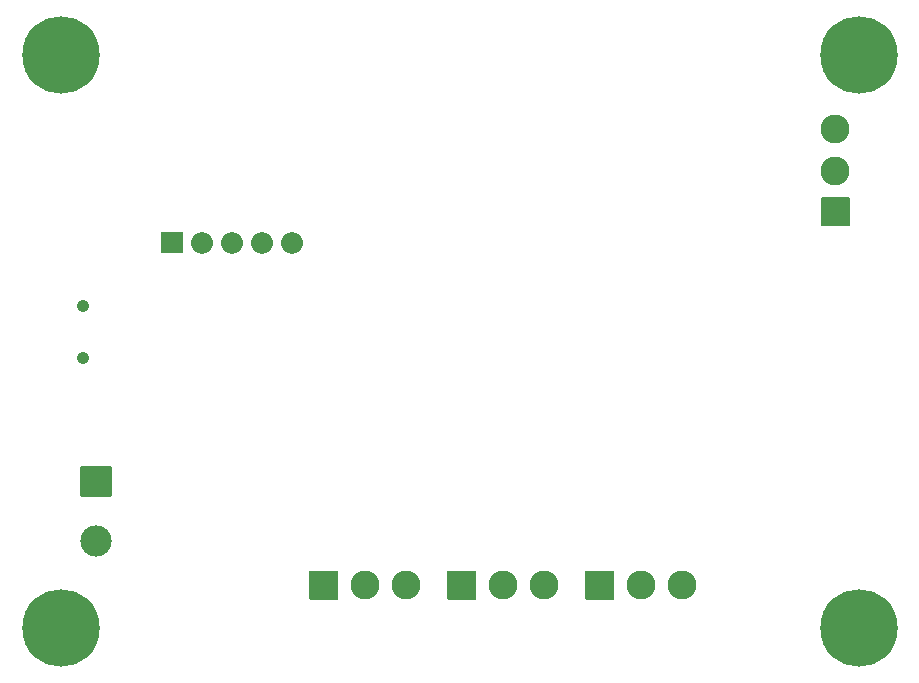
<source format=gbs>
G04 #@! TF.GenerationSoftware,KiCad,Pcbnew,6.0.2+dfsg-1*
G04 #@! TF.CreationDate,2023-03-16T12:58:22-06:00*
G04 #@! TF.ProjectId,ckt-soundplay,636b742d-736f-4756-9e64-706c61792e6b,rev?*
G04 #@! TF.SameCoordinates,Original*
G04 #@! TF.FileFunction,Soldermask,Bot*
G04 #@! TF.FilePolarity,Negative*
%FSLAX46Y46*%
G04 Gerber Fmt 4.6, Leading zero omitted, Abs format (unit mm)*
G04 Created by KiCad (PCBNEW 6.0.2+dfsg-1) date 2023-03-16 12:58:22*
%MOMM*%
%LPD*%
G01*
G04 APERTURE LIST*
%ADD10C,2.652400*%
%ADD11C,2.452400*%
%ADD12C,6.552400*%
%ADD13C,1.052400*%
%ADD14O,1.852400X1.852400*%
G04 APERTURE END LIST*
G36*
G01*
X31470000Y-173719800D02*
X33970000Y-173719800D01*
G75*
G02*
X34046200Y-173796000I0J-76200D01*
G01*
X34046200Y-176296000D01*
G75*
G02*
X33970000Y-176372200I-76200J0D01*
G01*
X31470000Y-176372200D01*
G75*
G02*
X31393800Y-176296000I0J76200D01*
G01*
X31393800Y-173796000D01*
G75*
G02*
X31470000Y-173719800I76200J0D01*
G01*
G37*
D10*
X32720000Y-180046000D03*
G36*
G01*
X50772800Y-184977000D02*
X50772800Y-182677000D01*
G75*
G02*
X50849000Y-182600800I76200J0D01*
G01*
X53149000Y-182600800D01*
G75*
G02*
X53225200Y-182677000I0J-76200D01*
G01*
X53225200Y-184977000D01*
G75*
G02*
X53149000Y-185053200I-76200J0D01*
G01*
X50849000Y-185053200D01*
G75*
G02*
X50772800Y-184977000I0J76200D01*
G01*
G37*
D11*
X55499000Y-183827000D03*
X58999000Y-183827000D03*
D12*
X97282000Y-187452000D03*
X97282000Y-138938000D03*
G36*
G01*
X62456800Y-184977000D02*
X62456800Y-182677000D01*
G75*
G02*
X62533000Y-182600800I76200J0D01*
G01*
X64833000Y-182600800D01*
G75*
G02*
X64909200Y-182677000I0J-76200D01*
G01*
X64909200Y-184977000D01*
G75*
G02*
X64833000Y-185053200I-76200J0D01*
G01*
X62533000Y-185053200D01*
G75*
G02*
X62456800Y-184977000I0J76200D01*
G01*
G37*
D11*
X67183000Y-183827000D03*
X70683000Y-183827000D03*
G36*
G01*
X96458000Y-153443200D02*
X94158000Y-153443200D01*
G75*
G02*
X94081800Y-153367000I0J76200D01*
G01*
X94081800Y-151067000D01*
G75*
G02*
X94158000Y-150990800I76200J0D01*
G01*
X96458000Y-150990800D01*
G75*
G02*
X96534200Y-151067000I0J-76200D01*
G01*
X96534200Y-153367000D01*
G75*
G02*
X96458000Y-153443200I-76200J0D01*
G01*
G37*
X95308000Y-148717000D03*
X95308000Y-145217000D03*
D13*
X31579000Y-160228000D03*
X31579000Y-164628000D03*
D12*
X29718000Y-187452000D03*
X29718000Y-138938000D03*
G36*
G01*
X74140800Y-184977000D02*
X74140800Y-182677000D01*
G75*
G02*
X74217000Y-182600800I76200J0D01*
G01*
X76517000Y-182600800D01*
G75*
G02*
X76593200Y-182677000I0J-76200D01*
G01*
X76593200Y-184977000D01*
G75*
G02*
X76517000Y-185053200I-76200J0D01*
G01*
X74217000Y-185053200D01*
G75*
G02*
X74140800Y-184977000I0J76200D01*
G01*
G37*
D11*
X78867000Y-183827000D03*
X82367000Y-183827000D03*
G36*
G01*
X39966000Y-155739200D02*
X38266000Y-155739200D01*
G75*
G02*
X38189800Y-155663000I0J76200D01*
G01*
X38189800Y-153963000D01*
G75*
G02*
X38266000Y-153886800I76200J0D01*
G01*
X39966000Y-153886800D01*
G75*
G02*
X40042200Y-153963000I0J-76200D01*
G01*
X40042200Y-155663000D01*
G75*
G02*
X39966000Y-155739200I-76200J0D01*
G01*
G37*
D14*
X41656000Y-154813000D03*
X44196000Y-154813000D03*
X46736000Y-154813000D03*
X49276000Y-154813000D03*
M02*

</source>
